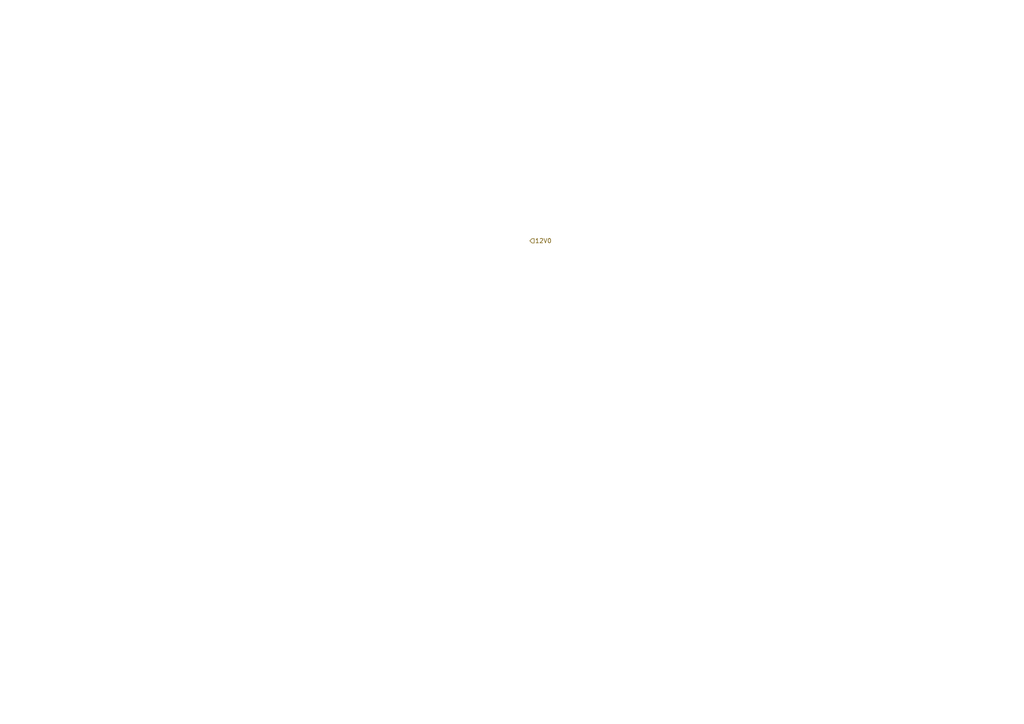
<source format=kicad_sch>
(kicad_sch (version 20210621) (generator eeschema)
  (paper "A4")
  (lib_symbols)
  (hierarchical_label "12V0" (shape input) (at 153.67 69.85 0))
)
</source>
